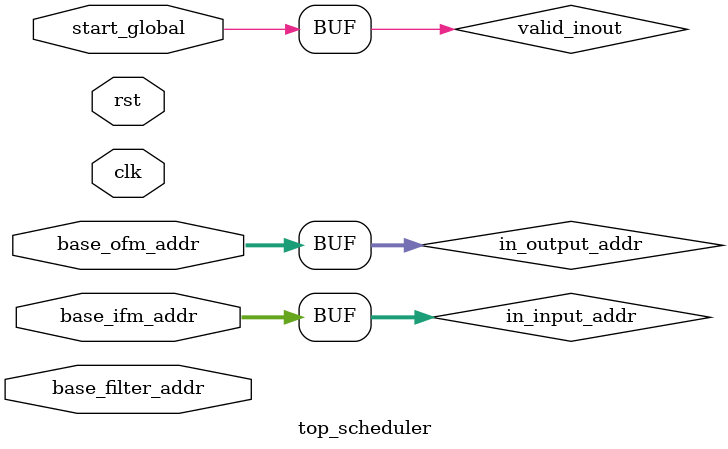
<source format=v>

module top_scheduler #(
    parameter ADDR_WIDTH = 32,
    parameter DATA_WIDTH = 128,
    parameter ACC_WIDTH  = 16,
    parameter Q_IN       = 5,
    parameter Q_W        = 8
)(
    input  wire                   clk,
    input  wire                   rst,
    input  wire                   start_global,
    input  wire [ADDR_WIDTH-1:0]  base_ifm_addr,
    input  wire [ADDR_WIDTH-1:0]  base_ofm_addr,
    input  wire [ADDR_WIDTH-1:0]  base_filter_addr
);

    wire [ADDR_WIDTH-1:0] in_input_addr;
    wire [ADDR_WIDTH-1:0] in_output_addr;
    wire                  valid_inout;

    assign in_input_addr  = base_ifm_addr;   // or 0
    assign in_output_addr = base_ofm_addr;   // or 0
    assign valid_inout    = start_global;    // or tie to 1 if always valid

    //----------------------------------------------------
    // 2) filter_addr_generator
    //----------------------------------------------------
    wire [ADDR_WIDTH-1:0] filter_address;
    wire                  valid_filter_addr;
    wire                  filter_start_out;

    filter_addr_generator #(
        .ADDR_WIDTH(ADDR_WIDTH)
    ) u_filter_addr_gen (
        .clk              (clk),
        .rst              (rst),
        .start            (valid_inout), 
        .base_filter_addr (base_filter_addr),
        .filter_address   (filter_address),
        .valid_out        (valid_filter_addr),
        .filter_start_out (filter_start_out)
    );

    //----------------------------------------------------
    // 3) fmap_addr_generator
    //----------------------------------------------------
    wire [ADDR_WIDTH-1:0] out_address;
    wire                  valid_out_addr;

    fmap_addr_generator #(
        .ADDR_WIDTH(ADDR_WIDTH)
    ) u_fmap_addr_gen (
        .clk               (clk),
        .rst               (rst),
        .start             (valid_filter_addr),
        .base_ifm_bram_addr(base_ifm_addr),
        .out_address       (out_address),
        .valid_out         (valid_out_addr)
    );

    //----------------------------------------------------
    // 4) data_distributor
    //    This module outputs addresses for input/filter BRAMs
    //----------------------------------------------------
    wire [ADDR_WIDTH-1:0] agg_queue_in_addr;
    wire                  agg_queue_push;
    wire                  pe_cluster_start;
    wire [6*Q_IN -1:0]    dist_data;
    wire [3*Q_W  -1:0]    dist_filter;

    wire [ADDR_WIDTH-1:0] input_bram_addr_wire;
    wire [ADDR_WIDTH-1:0] filter_bram_addr_wire;

    wire [127:0] input_bram_rdata;
    wire [31:0]  filter_bram_rdata;

    data_distributor #(
        .ADDR_WIDTH      (ADDR_WIDTH),
        .INPUT_LINE_WIDTH(128),
        .FILTER_LINE_WIDTH(32),
        .Q_IN(Q_IN),
        .Q_W(Q_W)
    ) u_data_dist (
        .clk              (clk),
        .rst              (rst),

        // 1) from "inout_addr_generator" (or just pass base addresses)
        .in_input_addr    (in_input_addr),
        .in_output_addr   (in_output_addr),
        .valid_inout      (valid_inout),

        // 2) from "filter_addr_generator"
        .filter_addr      (filter_address),
        .valid_filter     (valid_filter_addr),
        .filter_start_out (filter_start_out),

        // 3) from "fmap_addr_generator"
        .out_address      (out_address),
        .valid_out_addr   (valid_out_addr),

        // BRAM interfaces
        .input_bram_addr   (input_bram_addr_wire),  // <= WIRE, not reg
        .input_bram_rdata  (input_bram_rdata),
        .filter_bram_addr  (filter_bram_addr_wire), // <= WIRE, not reg
        .filter_bram_rdata (filter_bram_rdata),

        // aggregator queue
        .agg_queue_addr    (agg_queue_in_addr),
        .agg_queue_push    (agg_queue_push),

        // PE cluster signals
        .pe_cluster_start  (pe_cluster_start),
        .dist_data         (dist_data),
        .dist_filter       (dist_filter)
    );

    //----------------------------------------------------
    // 5) Example BRAMs (stub or real)
    //----------------------------------------------------
    wire [9:0] input_bram_addra_wire = input_bram_addr_wire[9:0];
    wire [9:0] filter_bram_addra_wire = filter_bram_addr_wire[9:0];
    wire [9:0] output_bram_addr_a_wire = output_bram_addr_a[9:0];
    wire [9:0] output_bram_addr_b_wire = output_bram_addr_b[9:0];

    // Input BRAM (128 bits wide)
    mem_input_bram u_input_bram (
        .clka  (clk),
        .ena   (1'b1),
        .wea   (1'b0),                   // wea is 1-bit vector
        .addra (input_bram_addra_wire),  // 10-bit address
        .dina  (128'b0),
        .douta (input_bram_rdata),
        .clkb  (1'b0),
        .rstb  (1'b0),
        .enb   (1'b0),
        .regceb(1'b0),
        .web   (1'b0),                    // web is 1-bit vector
        .addrb (10'b0),
        .dinb  (128'b0),
        .doutb (/* unused */)
    );

    // Filter BRAM (32 bits wide)
    mem_filter_bram u_filter_bram (
        .clka  (clk),
        .ena   (1'b1),
        .wea   (1'b0),                   // wea is 1-bit vector
        .addra (filter_bram_addra_wire), // 10-bit address
        .dina  (32'b0),
        .douta (filter_bram_rdata),
        // Port B tied off
        .clkb  (1'b0),
        .rstb  (1'b0),
        .enb   (1'b0),
        .regceb(1'b0),
        .web   (1'b0),                    // web is 1-bit vector
        .addrb (10'b0),
        .dinb  (32'b0),
        .doutb (/* unused */)
    );

    // Output BRAM (dual-port)
    reg  [ADDR_WIDTH-1:0] output_bram_addr_a;
    reg  [ADDR_WIDTH-1:0] output_bram_addr_b;
    reg                   output_bram_we_b;
    reg  [DATA_WIDTH-1:0] output_bram_wdata_b;
    wire [DATA_WIDTH-1:0] output_bram_rdata_a;

    mem_output_bram u_output_bram (
        // Port A
        .clka   (clk),                             // Clock for Port A
        .ena    (1'b1),                            // Enable for Port A
        .wea    (1'b0),                            // Write enable for Port A (1-bit vector)
        .addra  (output_bram_addr_a_wire),         // 10-bit address for Port A
        .dina   (DATA_WIDTH'b0),                   // 128-bit data input for Port A
        .douta  (output_bram_rdata_a),             // 128-bit data output for Port A

        // Port B
        .clkb   (clk),                             // Clock for Port B
        .rstb   (1'b0),                            // Reset for Port B
        .enb    (1'b1),                            // Enable for Port B
        .regceb (1'b0),                            // Register Clock Enable for Port B
        .web    (output_bram_we_b),                // Write enable for Port B (1-bit vector)
        .addrb  (output_bram_addr_b_wire),         // 10-bit address for Port B
        .dinb   (output_bram_wdata_b),             // 128-bit data input for Port B
        .doutb  (/* unuse */)                     // 128-bit data output for Port B
    );

    //----------------------------------------------------
    // 6) Aggregator queue
    //----------------------------------------------------
    wire [ADDR_WIDTH-1:0] agg_q_out_addr;
    wire                  agg_q_empty;

    output_address_queue #(
        .ADDR_WIDTH(ADDR_WIDTH),
        .Q_DEPTH   (16)
    ) u_agg_queue (
        .clk      (clk),
        .rst      (rst),
        .in_addr  (agg_queue_in_addr),
        .push     (agg_queue_push),
        .out_addr (agg_q_out_addr),
        .pop      (/* wired from aggregator below */ aggregator_dual_port_inst.queue_pop),
        .empty    (agg_q_empty)
    );

    //----------------------------------------------------
    // 7) PE Cluster
    //----------------------------------------------------
    wire [5:0] cluster_finished;
    wire [6*ACC_WIDTH-1:0] cluster_out;

    PE_Cluster #(
        .IN_WIDTH(Q_IN),
        .W_WIDTH(Q_W),
        .ACC_WIDTH(ACC_WIDTH)
    ) u_pe_cluster (
        .clk             (clk),
        .rst             (rst),
        .start           (pe_cluster_start),
        .data_port1      (dist_data[ 4: 0]),
        .data_port2      (dist_data[ 9: 5]),
        .data_port3      (dist_data[14:10]),
        .data_port4      (dist_data[19:15]),
        .data_port5      (dist_data[24:20]),
        .data_port6      (dist_data[29:25]),
        .filter_port     (dist_filter),
        .cluster_out     (cluster_out),
        .cluster_finished(cluster_finished)
    );

    //----------------------------------------------------
    // 8) Aggregator (dual port)
    //----------------------------------------------------
    wire aggregator_finished;

    aggregator_dual_port #(
        .ADDR_WIDTH(ADDR_WIDTH),
        .DATA_WIDTH(DATA_WIDTH),
        .ACC_WIDTH (ACC_WIDTH)
    ) aggregator_dual_port_inst (
        .clk                (clk),
        .rst                (rst),
        .cluster_finished   (cluster_finished),
        .cluster_out        (cluster_out),
        // queue
        .queue_empty        (agg_q_empty),
        .queue_pop          (/* driven internally */),
        .queue_addr         (agg_q_out_addr),
        .bram_addr_a        (output_bram_addr_a),          // 32-bit, but BRAM expects 10-bit
        .bram_rdata_a       (output_bram_rdata_a),
        .bram_addr_b        (output_bram_addr_b),          // 32-bit, but BRAM expects 10-bit
        .bram_we_b          (output_bram_we_b),
        .bram_wdata_b       (output_bram_wdata_b),
        .aggregator_finished(aggregator_finished)
    );


endmodule
</source>
